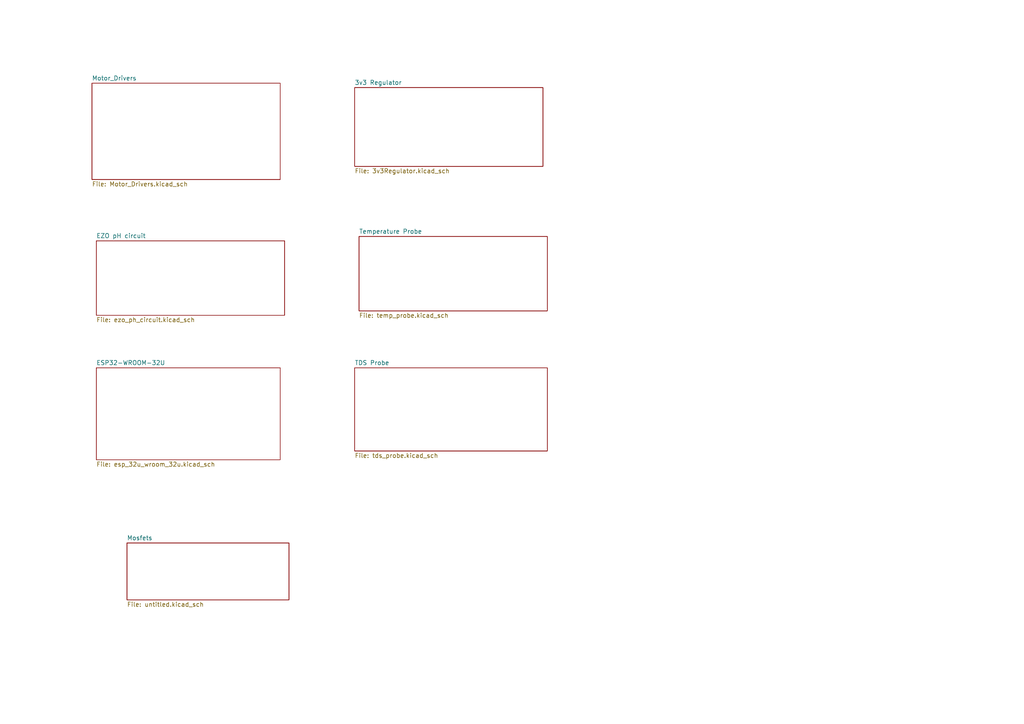
<source format=kicad_sch>
(kicad_sch (version 20211123) (generator eeschema)
  (paper "A4")
  (lib_symbols)
  (sheet (at 27.94 69.85) (size 54.61 21.59) (stroke (width 0.1524))
    (property "Sheet name" "EZO pH circuit" (at 27.94 69.1384 0) (effects (justify left bottom)))
    (property "Sheet file" "ezo_ph_circuit.kicad_sch" (at 27.94 92.0246 0) (effects (justify left top)))
  )
  (sheet (at 102.87 25.4) (size 54.61 22.86) (stroke (width 0.1524))
    (property "Sheet name" "3v3 Regulator" (at 102.87 24.6884 0) (effects (justify left bottom)))
    (property "Sheet file" "3v3Regulator.kicad_sch" (at 102.87 48.8446 0) (effects (justify left top)))
  )
  (sheet (at 36.83 157.48) (size 46.99 16.51) (stroke (width 0.1524))
    (property "Sheet name" "Mosfets" (at 36.83 156.7684 0) (effects (justify left bottom)))
    (property "Sheet file" "untitled.kicad_sch" (at 36.83 174.5746 0) (effects (justify left top)))
  )
  (sheet (at 102.87 106.68) (size 55.88 24.13) (stroke (width 0.1524))
    (property "Sheet name" "TDS Probe" (at 102.87 105.9684 0) (effects (justify left bottom)))
    (property "Sheet file" "tds_probe.kicad_sch" (at 102.87 131.3946 0) (effects (justify left top)))
  )
  (sheet (at 26.67 24.13) (size 54.61 27.94) (stroke (width 0.1524))
    (property "Sheet name" "Motor_Drivers" (at 26.67 23.4184 0) (effects (justify left bottom)))
    (property "Sheet file" "Motor_Drivers.kicad_sch" (at 26.67 52.6546 0) (effects (justify left top)))
  )
  (sheet (at 27.94 106.68) (size 53.34 26.67) (stroke (width 0.1524))
    (property "Sheet name" "ESP32-WROOM-32U" (at 27.94 105.9684 0) (effects (justify left bottom)))
    (property "Sheet file" "esp_32u_wroom_32u.kicad_sch" (at 27.94 133.9346 0) (effects (justify left top)))
  )
  (sheet (at 104.14 68.58) (size 54.61 21.59) (stroke (width 0.1524))
    (property "Sheet name" "Temperature Probe" (at 104.14 67.8684 0) (effects (justify left bottom)))
    (property "Sheet file" "temp_probe.kicad_sch" (at 104.14 90.7546 0) (effects (justify left top)))
  )
)
</source>
